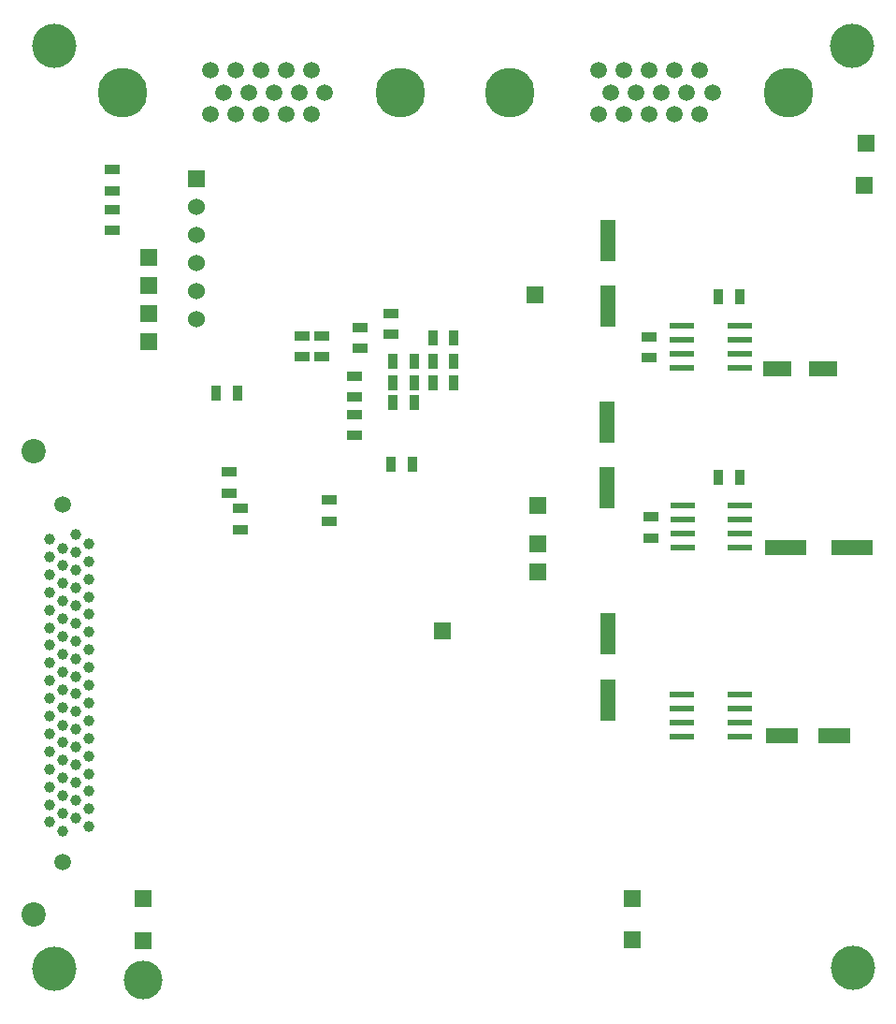
<source format=gbs>
G04 (created by PCBNEW (2013-07-07 BZR 4022)-stable) date 29/07/2014 2:53:13 PM*
%MOIN*%
G04 Gerber Fmt 3.4, Leading zero omitted, Abs format*
%FSLAX34Y34*%
G01*
G70*
G90*
G04 APERTURE LIST*
%ADD10C,0.00590551*%
%ADD11R,0.055X0.035*%
%ADD12R,0.035X0.055*%
%ADD13R,0.06X0.06*%
%ADD14R,0.0866X0.0236*%
%ADD15C,0.0393701*%
%ADD16C,0.0590551*%
%ADD17C,0.0866142*%
%ADD18C,0.06*%
%ADD19C,0.15748*%
%ADD20C,0.137795*%
%ADD21C,0.177165*%
%ADD22R,0.0551X0.1496*%
%ADD23R,0.1496X0.0551*%
%ADD24R,0.1181X0.0551*%
%ADD25R,0.1023X0.0551*%
G04 APERTURE END LIST*
G54D10*
G54D11*
X38259Y-15355D03*
X38259Y-14605D03*
X57468Y-26292D03*
X57468Y-25542D03*
G54D12*
X60630Y-24129D03*
X59880Y-24129D03*
X60626Y-17708D03*
X59876Y-17708D03*
G54D11*
X57401Y-19890D03*
X57401Y-19140D03*
X38279Y-13176D03*
X38279Y-13926D03*
X46889Y-22654D03*
X46889Y-21904D03*
X46889Y-20534D03*
X46889Y-21284D03*
G54D12*
X50449Y-20007D03*
X49699Y-20007D03*
X49691Y-19188D03*
X50441Y-19188D03*
X50445Y-20775D03*
X49695Y-20775D03*
G54D13*
X39374Y-39133D03*
X39358Y-40649D03*
G54D14*
X58583Y-33368D03*
X58583Y-32868D03*
X58583Y-32368D03*
X58583Y-31868D03*
X60629Y-31868D03*
X60629Y-32368D03*
X60629Y-32868D03*
X60629Y-33368D03*
X60633Y-25151D03*
X60633Y-25651D03*
X60633Y-26151D03*
X60633Y-26651D03*
X58587Y-26651D03*
X58587Y-26151D03*
X58587Y-25651D03*
X58587Y-25151D03*
X60629Y-18746D03*
X60629Y-19246D03*
X60629Y-19746D03*
X60629Y-20246D03*
X58583Y-20246D03*
X58583Y-19746D03*
X58583Y-19246D03*
X58583Y-18746D03*
G54D15*
X36043Y-31385D03*
X36043Y-30755D03*
X36043Y-30125D03*
X36043Y-29496D03*
X36043Y-28866D03*
X36043Y-28236D03*
X36043Y-27606D03*
X36043Y-26976D03*
X36043Y-26346D03*
X36043Y-32015D03*
X36043Y-32645D03*
X36043Y-33275D03*
X36043Y-33905D03*
X36043Y-34535D03*
X36043Y-35165D03*
X36043Y-35795D03*
X36043Y-36425D03*
X36496Y-36740D03*
X36496Y-36110D03*
X36496Y-35480D03*
X36496Y-34850D03*
X36496Y-34220D03*
X36496Y-33590D03*
X36496Y-32960D03*
X36496Y-32330D03*
X36496Y-26661D03*
X36496Y-27291D03*
X36496Y-27921D03*
X36496Y-28551D03*
X36496Y-29181D03*
X36496Y-29811D03*
X36496Y-30440D03*
X36496Y-31070D03*
X36496Y-31700D03*
X37421Y-31543D03*
X37421Y-30913D03*
X37421Y-30283D03*
X37421Y-29653D03*
X37421Y-29023D03*
X37421Y-28393D03*
X37421Y-27763D03*
X37421Y-27133D03*
X37421Y-26503D03*
X37421Y-32173D03*
X37421Y-32803D03*
X37421Y-33433D03*
X37421Y-34062D03*
X37421Y-34692D03*
X37421Y-35322D03*
X37421Y-35952D03*
X37421Y-36582D03*
X36968Y-36267D03*
X36968Y-35637D03*
X36968Y-35007D03*
X36968Y-34377D03*
X36968Y-33748D03*
X36968Y-33118D03*
X36968Y-32488D03*
X36968Y-31858D03*
X36968Y-26188D03*
X36968Y-26818D03*
X36968Y-27448D03*
X36968Y-28078D03*
X36968Y-28708D03*
X36968Y-29338D03*
X36968Y-29968D03*
X36968Y-30598D03*
X36968Y-31228D03*
G54D16*
X36496Y-25098D03*
G54D17*
X35464Y-23220D03*
X35464Y-39716D03*
G54D16*
X36496Y-37834D03*
G54D13*
X56799Y-39137D03*
X56811Y-40598D03*
X65074Y-13728D03*
X53452Y-25129D03*
X53326Y-17645D03*
X53433Y-26496D03*
X53433Y-27507D03*
X50051Y-29610D03*
X39578Y-18307D03*
X39578Y-17307D03*
X39578Y-16307D03*
X39578Y-19311D03*
X65141Y-12232D03*
X41271Y-13515D03*
G54D18*
X41271Y-14515D03*
X41271Y-15515D03*
X41271Y-16515D03*
X41271Y-17515D03*
X41271Y-18515D03*
G54D11*
X45988Y-24951D03*
X45988Y-25701D03*
G54D12*
X48282Y-20763D03*
X49032Y-20763D03*
X48282Y-21484D03*
X49032Y-21484D03*
X42733Y-21137D03*
X41983Y-21137D03*
X48961Y-23688D03*
X48211Y-23688D03*
G54D11*
X42846Y-26000D03*
X42846Y-25250D03*
G54D12*
X48274Y-20007D03*
X49024Y-20007D03*
G54D11*
X47098Y-18794D03*
X47098Y-19544D03*
X45724Y-19093D03*
X45724Y-19843D03*
X45039Y-19097D03*
X45039Y-19847D03*
X48208Y-18294D03*
X48208Y-19044D03*
X42421Y-23943D03*
X42421Y-24693D03*
G54D19*
X36188Y-8791D03*
X64622Y-8791D03*
X36200Y-41641D03*
X64661Y-41598D03*
G54D20*
X39354Y-42051D03*
G54D16*
X45836Y-10433D03*
X44935Y-10433D03*
X44033Y-10433D03*
X43131Y-10433D03*
X42230Y-10433D03*
X45385Y-11212D03*
X44484Y-11212D03*
X43582Y-11212D03*
X42681Y-11212D03*
X41779Y-11212D03*
X45385Y-9653D03*
X44484Y-9653D03*
X43582Y-9653D03*
X42681Y-9653D03*
X41779Y-9653D03*
G54D21*
X38624Y-10433D03*
X48541Y-10433D03*
G54D16*
X59655Y-10433D03*
X58753Y-10433D03*
X57852Y-10433D03*
X56950Y-10433D03*
X56049Y-10433D03*
X59204Y-11212D03*
X58303Y-11212D03*
X57401Y-11212D03*
X56500Y-11212D03*
X55598Y-11212D03*
X59204Y-9653D03*
X58303Y-9653D03*
X57401Y-9653D03*
X56500Y-9653D03*
X55598Y-9653D03*
G54D21*
X52442Y-10433D03*
X62360Y-10433D03*
G54D22*
X55929Y-32086D03*
X55929Y-29724D03*
G54D23*
X62267Y-26641D03*
X64629Y-26641D03*
G54D22*
X55901Y-24523D03*
X55901Y-22161D03*
X55944Y-18055D03*
X55944Y-15693D03*
G54D24*
X62126Y-33354D03*
X64014Y-33354D03*
G54D25*
X61984Y-20259D03*
X63598Y-20259D03*
M02*

</source>
